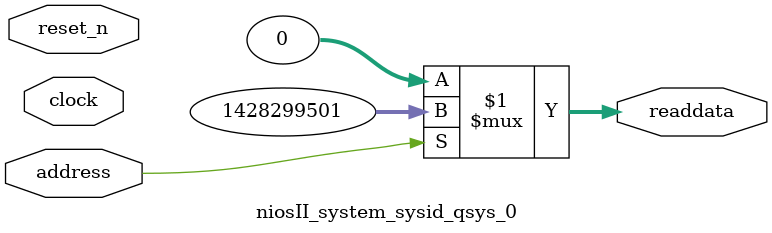
<source format=v>

`timescale 1ns / 1ps
// synthesis translate_on

// turn off superfluous verilog processor warnings 
// altera message_level Level1 
// altera message_off 10034 10035 10036 10037 10230 10240 10030 

module niosII_system_sysid_qsys_0 (
               // inputs:
                address,
                clock,
                reset_n,

               // outputs:
                readdata
             )
;

  output  [ 31: 0] readdata;
  input            address;
  input            clock;
  input            reset_n;

  wire    [ 31: 0] readdata;
  //control_slave, which is an e_avalon_slave
  assign readdata = address ? 1428299501 : 0;

endmodule




</source>
